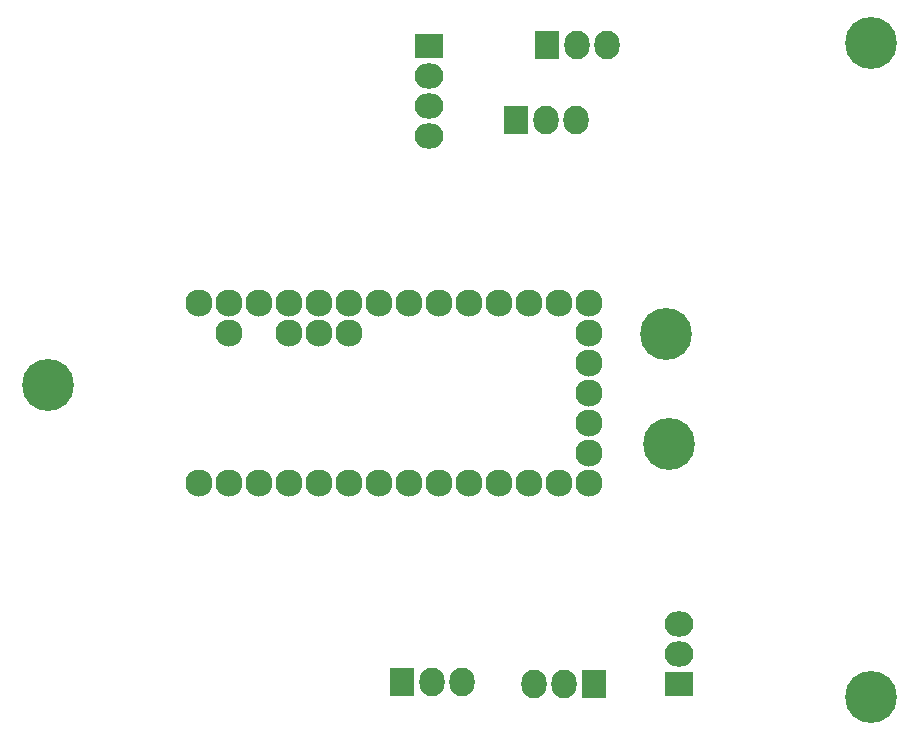
<source format=gbr>
G04 #@! TF.FileFunction,Soldermask,Bot*
%FSLAX46Y46*%
G04 Gerber Fmt 4.6, Leading zero omitted, Abs format (unit mm)*
G04 Created by KiCad (PCBNEW 4.0.2-stable) date 20.06.2016 22.34.35*
%MOMM*%
G01*
G04 APERTURE LIST*
%ADD10C,0.100000*%
%ADD11R,2.127200X2.432000*%
%ADD12O,2.127200X2.432000*%
%ADD13R,2.432000X2.127200*%
%ADD14O,2.432000X2.127200*%
%ADD15C,2.300000*%
%ADD16C,4.400000*%
G04 APERTURE END LIST*
D10*
D11*
X141224000Y-128778000D03*
D12*
X143764000Y-128778000D03*
X146304000Y-128778000D03*
D11*
X157480000Y-128905000D03*
D12*
X154940000Y-128905000D03*
X152400000Y-128905000D03*
D13*
X164719000Y-128905000D03*
D14*
X164719000Y-126365000D03*
X164719000Y-123825000D03*
D11*
X150876000Y-81153000D03*
D12*
X153416000Y-81153000D03*
X155956000Y-81153000D03*
D11*
X153543000Y-74803000D03*
D12*
X156083000Y-74803000D03*
X158623000Y-74803000D03*
D15*
X126619000Y-111887000D03*
X129159000Y-111887000D03*
X131699000Y-111887000D03*
X134239000Y-111887000D03*
X136779000Y-111887000D03*
X139319000Y-111887000D03*
X141859000Y-111887000D03*
X144399000Y-111887000D03*
X146939000Y-111887000D03*
X149479000Y-111887000D03*
X152019000Y-111887000D03*
X154559000Y-111887000D03*
X157099000Y-111887000D03*
X157099000Y-96647000D03*
X154559000Y-96647000D03*
X152019000Y-96647000D03*
X149479000Y-96647000D03*
X146939000Y-96647000D03*
X144399000Y-96647000D03*
X141859000Y-96647000D03*
X139319000Y-96647000D03*
X136779000Y-96647000D03*
X134239000Y-96647000D03*
X131699000Y-96647000D03*
X129159000Y-96647000D03*
X126619000Y-96647000D03*
X124079000Y-96647000D03*
X124079000Y-111887000D03*
X157099000Y-99187000D03*
X157099000Y-101727000D03*
X157099000Y-104267000D03*
X157099000Y-106807000D03*
X157099000Y-109347000D03*
X126619000Y-99187000D03*
X131699000Y-99187000D03*
X134239000Y-99187000D03*
X136779000Y-99187000D03*
D13*
X143510000Y-74930000D03*
D14*
X143510000Y-77470000D03*
X143510000Y-80010000D03*
X143510000Y-82550000D03*
D16*
X111252000Y-103632000D03*
X180975000Y-130048000D03*
X180975000Y-74676000D03*
X163576000Y-99314000D03*
X163830000Y-108585000D03*
M02*

</source>
